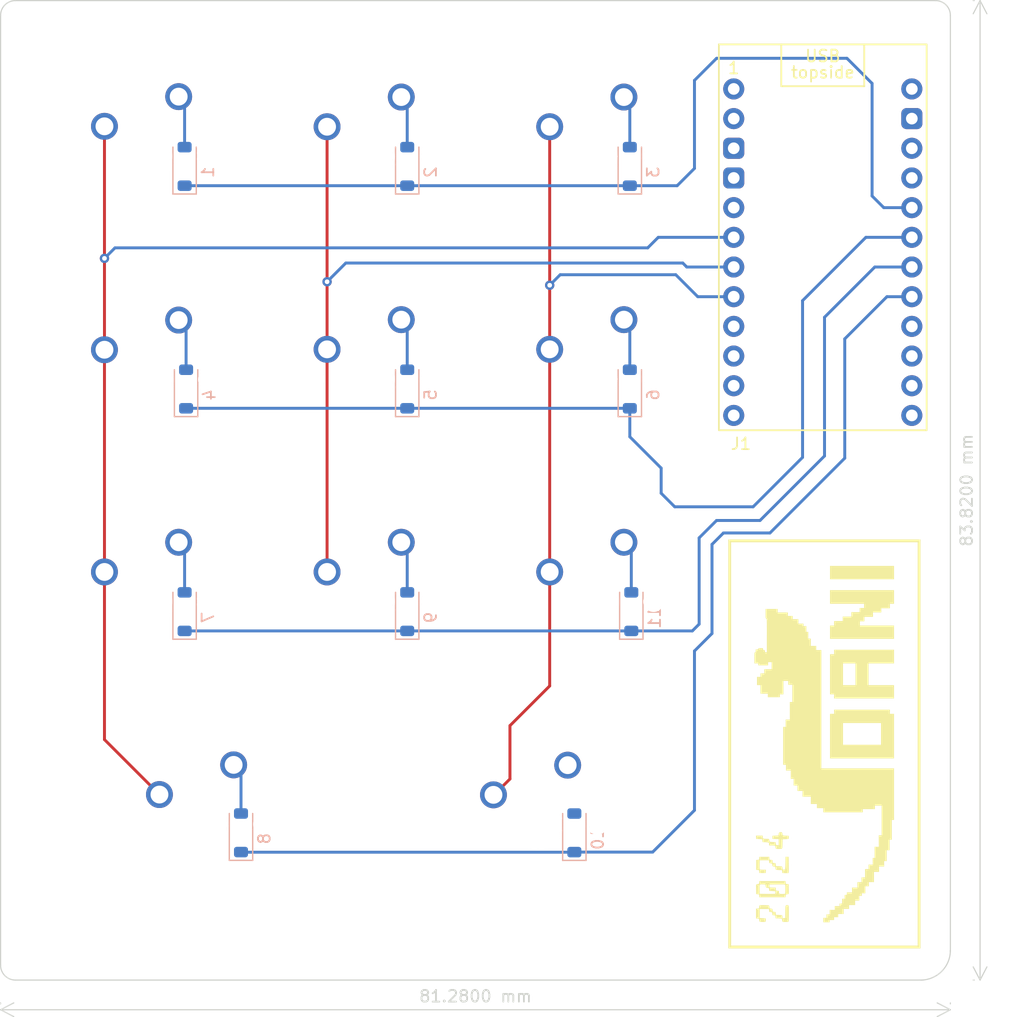
<source format=kicad_pcb>
(kicad_pcb (version 20221018) (generator pcbnew)
  (layers (0 "F.Cu" signal) (31 "B.Cu" signal) (34 "B.Paste" user) (35 "F.Paste" user) (36 "B.SilkS" user "B.Silkscreen") (37 "F.SilkS" user "F.Silkscreen") (38 "B.Mask" user) (39 "F.Mask" user) (44 "Edge.Cuts" user))
  (net 0 "")
  (net 1 "Net-(D1-A)")
  (net 2 "Net-(D2-A)")
  (net 3 "Net-(D3-A)")
  (net 4 "Net-(D4-A)")
  (net 5 "Net-(D5-A)")
  (net 6 "Net-(D6-A)")
  (net 7 "Net-(D7-A)")
  (net 8 "Net-(D8-A)")
  (net 9 "Net-(D9-A)")
  (net 10 "Net-(D11-A)")
  (net 24 "Row0")
  (net 25 "Row1")
  (net 26 "Row2")
  (net 27 "Row3")
  (net 28 "Col0")
  (net 29 "Col1")
  (net 30 "Col2")
  (net 35 "Net-(D10-A)")
  (footprint "PCM_marbastlib-mx:SW_MX_1u" (layer "F.Cu") (at 52.07 79.375)
    (fp_text reference "MX9" hide)
    (fp_text value "MX_SW_solder")
    (pad "" np_thru_hole circle (at -5.08 0) (size 1.75 1.75) (drill 1.75) (layers "*.Cu" "*.Mask"))
    (pad "" np_thru_hole circle (at 0 0) (size 3.9878 3.9878) (drill 3.9878) (layers "*.Cu" "*.Mask"))
    (pad "" np_thru_hole circle (at 5.08 0) (size 1.75 1.75) (drill 1.75) (layers "*.Cu" "*.Mask"))
    (pad "1" thru_hole circle (at -3.81 -2.54) (size 2.3 2.3) (drill 1.524) (layers "*.Cu" "B.Mask") (net 29 "Col1"))
    (pad "2" thru_hole circle (at 2.54 -5.08) (size 2.3 2.3) (drill 1.524) (layers "*.Cu" "B.Mask") (net 9 "Net-(D9-A)"))
  )
  (footprint "PCM_marbastlib-xp-promicroish:ProMicro_USBup" (layer "F.Cu") (at 90.68 49.47)
    (fp_text reference "J1" (at -7 16.4 unlocked) (layer "F.SilkS"))
    (fp_text value "Conn_02x12_Top_Bottom")
    (fp_text user "1" (at -7.62 -15.17) (layer "F.SilkS") (effects (justify bottom)))
    (fp_text user "USB" (at 0 -16.2 unlocked) (layer "F.SilkS") (effects (justify bottom)))
    (fp_text user "topside" (at 0 -14.8 unlocked) (layer "F.SilkS") (effects (justify bottom)))
    (pad "1" thru_hole circle (at -7.62 -13.97) (size 1.8 1.8) (drill 1) (layers "*.Cu" "B.Mask"))
    (pad "2" thru_hole circle (at -7.62 -11.43) (size 1.8 1.8) (drill 1) (layers "*.Cu" "B.Mask"))
    (pad "3" thru_hole roundrect (at -7.62 -8.89) (size 1.8 1.8) (drill 1) (layers "*.Cu" "B.Mask"))
    (pad "4" thru_hole roundrect (at -7.62 -6.35) (size 1.8 1.8) (drill 1) (layers "*.Cu" "B.Mask"))
    (pad "5" thru_hole circle (at -7.62 -3.81) (size 1.8 1.8) (drill 1) (layers "*.Cu" "B.Mask"))
    (pad "6" thru_hole circle (at -7.62 -1.27) (size 1.8 1.8) (drill 1) (layers "*.Cu" "B.Mask") (net 28 "Col0"))
    (pad "7" thru_hole circle (at -7.62 1.27) (size 1.8 1.8) (drill 1) (layers "*.Cu" "B.Mask") (net 29 "Col1"))
    (pad "8" thru_hole circle (at -7.62 3.81) (size 1.8 1.8) (drill 1) (layers "*.Cu" "B.Mask") (net 30 "Col2"))
    (pad "9" thru_hole circle (at -7.62 6.35) (size 1.8 1.8) (drill 1) (layers "*.Cu" "B.Mask"))
    (pad "10" thru_hole circle (at -7.62 8.89) (size 1.8 1.8) (drill 1) (layers "*.Cu" "B.Mask"))
    (pad "11" thru_hole circle (at -7.62 11.43) (size 1.8 1.8) (drill 1) (layers "*.Cu" "B.Mask"))
    (pad "12" thru_hole circle (at -7.62 13.97) (size 1.8 1.8) (drill 1) (layers "*.Cu" "B.Mask"))
    (pad "13" thru_hole circle (at 7.62 -13.97) (size 1.8 1.8) (drill 1) (layers "*.Cu" "B.Mask"))
    (pad "14" thru_hole roundrect (at 7.62 -11.43) (size 1.8 1.8) (drill 1) (layers "*.Cu" "B.Mask"))
    (pad "15" thru_hole circle (at 7.62 -8.89) (size 1.8 1.8) (drill 1) (layers "*.Cu" "B.Mask"))
    (pad "16" thru_hole circle (at 7.62 -6.35) (size 1.8 1.8) (drill 1) (layers "*.Cu" "B.Mask"))
    (pad "17" thru_hole circle (at 7.62 -3.81) (size 1.8 1.8) (drill 1) (layers "*.Cu" "B.Mask") (net 24 "Row0"))
    (pad "18" thru_hole circle (at 7.62 -1.27) (size 1.8 1.8) (drill 1) (layers "*.Cu" "B.Mask") (net 25 "Row1"))
    (pad "19" thru_hole circle (at 7.62 1.27) (size 1.8 1.8) (drill 1) (layers "*.Cu" "B.Mask") (net 26 "Row2"))
    (pad "20" thru_hole circle (at 7.62 3.81) (size 1.8 1.8) (drill 1) (layers "*.Cu" "B.Mask") (net 27 "Row3"))
    (pad "21" thru_hole circle (at 7.62 6.35) (size 1.8 1.8) (drill 1) (layers "*.Cu" "B.Mask"))
    (pad "22" thru_hole circle (at 7.62 8.89) (size 1.8 1.8) (drill 1) (layers "*.Cu" "B.Mask"))
    (pad "23" thru_hole circle (at 7.62 11.43) (size 1.8 1.8) (drill 1) (layers "*.Cu" "B.Mask"))
    (pad "24" thru_hole circle (at 7.62 13.97) (size 1.8 1.8) (drill 1) (layers "*.Cu" "B.Mask"))
  )
  (footprint "logos:black_logo" (layer "F.Cu") (at 90.805 91.567 90)
    (fp_text reference "Logo" hide)
    (fp_text value "LOGO" hide)
  )
  (footprint "PCM_marbastlib-mx:SW_MX_1.5u" (layer "F.Cu") (at 66.31 98.45)
    (fp_text reference "MX10" hide)
    (fp_text value "MX_SW_solder")
    (pad "" np_thru_hole circle (at -5.08 0) (size 1.75 1.75) (drill 1.75) (layers "*.Cu" "*.Mask"))
    (pad "" np_thru_hole circle (at 0 0) (size 3.9878 3.9878) (drill 3.9878) (layers "*.Cu" "*.Mask"))
    (pad "" np_thru_hole circle (at 5.08 0) (size 1.75 1.75) (drill 1.75) (layers "*.Cu" "*.Mask"))
    (pad "1" thru_hole circle (at -3.81 -2.54) (size 2.3 2.3) (drill 1.524) (layers "*.Cu" "B.Mask") (net 30 "Col2"))
    (pad "2" thru_hole circle (at 2.54 -5.08) (size 2.3 2.3) (drill 1.524) (layers "*.Cu" "B.Mask") (net 35 "Net-(D10-A)"))
  )
  (footprint "PCM_marbastlib-mx:SW_MX_1u" (layer "F.Cu") (at 33.02 41.24)
    (fp_text reference "MX1" hide)
    (fp_text value "MX_SW_solder")
    (pad "" np_thru_hole circle (at -5.08 0) (size 1.75 1.75) (drill 1.75) (layers "*.Cu" "*.Mask"))
    (pad "" np_thru_hole circle (at 0 0) (size 3.9878 3.9878) (drill 3.9878) (layers "*.Cu" "*.Mask"))
    (pad "" np_thru_hole circle (at 5.08 0) (size 1.75 1.75) (drill 1.75) (layers "*.Cu" "*.Mask"))
    (pad "1" thru_hole circle (at -3.81 -2.54) (size 2.3 2.3) (drill 1.524) (layers "*.Cu" "B.Mask") (net 28 "Col0"))
    (pad "2" thru_hole circle (at 2.54 -5.08) (size 2.3 2.3) (drill 1.524) (layers "*.Cu" "B.Mask") (net 1 "Net-(D1-A)"))
  )
  (footprint "PCM_marbastlib-mx:SW_MX_1u" (layer "F.Cu") (at 71.12 60.325)
    (fp_text reference "MX6" hide)
    (fp_text value "MX_SW_solder")
    (pad "" np_thru_hole circle (at -5.08 0) (size 1.75 1.75) (drill 1.75) (layers "*.Cu" "*.Mask"))
    (pad "" np_thru_hole circle (at 0 0) (size 3.9878 3.9878) (drill 3.9878) (layers "*.Cu" "*.Mask"))
    (pad "" np_thru_hole circle (at 5.08 0) (size 1.75 1.75) (drill 1.75) (layers "*.Cu" "*.Mask"))
    (pad "1" thru_hole circle (at -3.81 -2.54) (size 2.3 2.3) (drill 1.524) (layers "*.Cu" "B.Mask") (net 30 "Col2"))
    (pad "2" thru_hole circle (at 2.54 -5.08) (size 2.3 2.3) (drill 1.524) (layers "*.Cu" "B.Mask") (net 6 "Net-(D6-A)"))
  )
  (footprint "PCM_marbastlib-mx:SW_MX_1u" (layer "F.Cu") (at 33.02 60.36)
    (fp_text reference "MX4" hide)
    (fp_text value "MX_SW_solder")
    (pad "" np_thru_hole circle (at -5.08 0) (size 1.75 1.75) (drill 1.75) (layers "*.Cu" "*.Mask"))
    (pad "" np_thru_hole circle (at 0 0) (size 3.9878 3.9878) (drill 3.9878) (layers "*.Cu" "*.Mask"))
    (pad "" np_thru_hole circle (at 5.08 0) (size 1.75 1.75) (drill 1.75) (layers "*.Cu" "*.Mask"))
    (pad "1" thru_hole circle (at -3.81 -2.54) (size 2.3 2.3) (drill 1.524) (layers "*.Cu" "B.Mask") (net 28 "Col0"))
    (pad "2" thru_hole circle (at 2.54 -5.08) (size 2.3 2.3) (drill 1.524) (layers "*.Cu" "B.Mask") (net 4 "Net-(D4-A)"))
  )
  (footprint "PCM_marbastlib-mx:SW_MX_1u" (layer "F.Cu") (at 52.07 41.275)
    (fp_text reference "MX2" hide)
    (fp_text value "MX_SW_solder")
    (pad "" np_thru_hole circle (at -5.08 0) (size 1.75 1.75) (drill 1.75) (layers "*.Cu" "*.Mask"))
    (pad "" np_thru_hole circle (at 0 0) (size 3.9878 3.9878) (drill 3.9878) (layers "*.Cu" "*.Mask"))
    (pad "" np_thru_hole circle (at 5.08 0) (size 1.75 1.75) (drill 1.75) (layers "*.Cu" "*.Mask"))
    (pad "1" thru_hole circle (at -3.81 -2.54) (size 2.3 2.3) (drill 1.524) (layers "*.Cu" "B.Mask") (net 29 "Col1"))
    (pad "2" thru_hole circle (at 2.54 -5.08) (size 2.3 2.3) (drill 1.524) (layers "*.Cu" "B.Mask") (net 2 "Net-(D2-A)"))
  )
  (footprint "PCM_marbastlib-mx:SW_MX_1u" (layer "F.Cu") (at 71.12 41.275)
    (fp_text reference "MX3" hide)
    (fp_text value "MX_SW_solder")
    (pad "" np_thru_hole circle (at -5.08 0) (size 1.75 1.75) (drill 1.75) (layers "*.Cu" "*.Mask"))
    (pad "" np_thru_hole circle (at 0 0) (size 3.9878 3.9878) (drill 3.9878) (layers "*.Cu" "*.Mask"))
    (pad "" np_thru_hole circle (at 5.08 0) (size 1.75 1.75) (drill 1.75) (layers "*.Cu" "*.Mask"))
    (pad "1" thru_hole circle (at -3.81 -2.54) (size 2.3 2.3) (drill 1.524) (layers "*.Cu" "B.Mask") (net 30 "Col2"))
    (pad "2" thru_hole circle (at 2.54 -5.08) (size 2.3 2.3) (drill 1.524) (layers "*.Cu" "B.Mask") (net 3 "Net-(D3-A)"))
  )
  (footprint "PCM_marbastlib-mx:SW_MX_1u" (layer "F.Cu") (at 52.07 60.325)
    (fp_text reference "MX5" hide)
    (fp_text value "MX_SW_solder")
    (pad "" np_thru_hole circle (at -5.08 0) (size 1.75 1.75) (drill 1.75) (layers "*.Cu" "*.Mask"))
    (pad "" np_thru_hole circle (at 0 0) (size 3.9878 3.9878) (drill 3.9878) (layers "*.Cu" "*.Mask"))
    (pad "" np_thru_hole circle (at 5.08 0) (size 1.75 1.75) (drill 1.75) (layers "*.Cu" "*.Mask"))
    (pad "1" thru_hole circle (at -3.81 -2.54) (size 2.3 2.3) (drill 1.524) (layers "*.Cu" "B.Mask") (net 29 "Col1"))
    (pad "2" thru_hole circle (at 2.54 -5.08) (size 2.3 2.3) (drill 1.524) (layers "*.Cu" "B.Mask") (net 5 "Net-(D5-A)"))
  )
  (footprint "PCM_marbastlib-mx:SW_MX_1u" (layer "F.Cu") (at 71.12 79.375)
    (fp_text reference "MX11" hide)
    (fp_text value "MX_SW_solder")
    (pad "" np_thru_hole circle (at -5.08 0) (size 1.75 1.75) (drill 1.75) (layers "*.Cu" "*.Mask"))
    (pad "" np_thru_hole circle (at 0 0) (size 3.9878 3.9878) (drill 3.9878) (layers "*.Cu" "*.Mask"))
    (pad "" np_thru_hole circle (at 5.08 0) (size 1.75 1.75) (drill 1.75) (layers "*.Cu" "*.Mask"))
    (pad "1" thru_hole circle (at -3.81 -2.54) (size 2.3 2.3) (drill 1.524) (layers "*.Cu" "B.Mask") (net 30 "Col2"))
    (pad "2" thru_hole circle (at 2.54 -5.08) (size 2.3 2.3) (drill 1.524) (layers "*.Cu" "B.Mask") (net 10 "Net-(D11-A)"))
  )
  (footprint "PCM_marbastlib-mx:SW_MX_1.5u" (layer "F.Cu") (at 37.725 98.425)
    (fp_text reference "MX8" hide)
    (fp_text value "MX_SW_solder")
    (pad "" np_thru_hole circle (at -5.08 0) (size 1.75 1.75) (drill 1.75) (layers "*.Cu" "*.Mask"))
    (pad "" np_thru_hole circle (at 0 0) (size 3.9878 3.9878) (drill 3.9878) (layers "*.Cu" "*.Mask"))
    (pad "" np_thru_hole circle (at 5.08 0) (size 1.75 1.75) (drill 1.75) (layers "*.Cu" "*.Mask"))
    (pad "1" thru_hole circle (at -3.81 -2.54) (size 2.3 2.3) (drill 1.524) (layers "*.Cu" "B.Mask") (net 28 "Col0"))
    (pad "2" thru_hole circle (at 2.54 -5.08) (size 2.3 2.3) (drill 1.524) (layers "*.Cu" "B.Mask") (net 8 "Net-(D8-A)"))
  )
  (footprint "PCM_marbastlib-mx:SW_MX_1u" (layer "F.Cu") (at 33.02 79.375)
    (fp_text reference "MX7" hide)
    (fp_text value "MX_SW_solder")
    (pad "" np_thru_hole circle (at -5.08 0) (size 1.75 1.75) (drill 1.75) (layers "*.Cu" "*.Mask"))
    (pad "" np_thru_hole circle (at 0 0) (size 3.9878 3.9878) (drill 3.9878) (layers "*.Cu" "*.Mask"))
    (pad "" np_thru_hole circle (at 5.08 0) (size 1.75 1.75) (drill 1.75) (layers "*.Cu" "*.Mask"))
    (pad "1" thru_hole circle (at -3.81 -2.54) (size 2.3 2.3) (drill 1.524) (layers "*.Cu" "B.Mask") (net 28 "Col0"))
    (pad "2" thru_hole circle (at 2.54 -5.08) (size 2.3 2.3) (drill 1.524) (layers "*.Cu" "B.Mask") (net 7 "Net-(D7-A)"))
  )
  (footprint "Diode_SMD:D_SOD-123" (layer "B.Cu") (at 55.118 80.23125 90)
    (fp_text reference "D9" (at 0 2 90) (layer "B.SilkS") (effects (justify mirror)))
    (fp_text value "D_Small")
    (pad "1" smd roundrect (at -1.65 0 90) (size 0.9 1.2) (layers "B.Cu" "B.Paste" "B.Mask") (net 26 "Row2"))
    (pad "2" smd roundrect (at 1.65 0 90) (size 0.9 1.2) (layers "B.Cu" "B.Paste" "B.Mask") (net 9 "Net-(D9-A)"))
  )
  (footprint "Diode_SMD:D_SOD-123" (layer "B.Cu") (at 36.195 61.18125 90)
    (fp_text reference "D4" (at 0 2 90) (layer "B.SilkS") (effects (justify mirror)))
    (fp_text value "D_Small")
    (pad "1" smd roundrect (at -1.65 0 90) (size 0.9 1.2) (layers "B.Cu" "B.Paste" "B.Mask") (net 25 "Row1"))
    (pad "2" smd roundrect (at 1.65 0 90) (size 0.9 1.2) (layers "B.Cu" "B.Paste" "B.Mask") (net 4 "Net-(D4-A)"))
  )
  (footprint "Diode_SMD:D_SOD-123" (layer "B.Cu") (at 40.894 99.15625 90)
    (fp_text reference "D8" (at 0 2 90) (layer "B.SilkS") (effects (justify mirror)))
    (fp_text value "D_Small")
    (pad "1" smd roundrect (at -1.65 0 90) (size 0.9 1.2) (layers "B.Cu" "B.Paste" "B.Mask") (net 27 "Row3"))
    (pad "2" smd roundrect (at 1.65 0 90) (size 0.9 1.2) (layers "B.Cu" "B.Paste" "B.Mask") (net 8 "Net-(D8-A)"))
  )
  (footprint "Diode_SMD:D_SOD-123" (layer "B.Cu") (at 74.295 80.23125 90)
    (fp_text reference "D11" (at 0 2 90) (layer "B.SilkS") (effects (justify mirror)))
    (fp_text value "D_Small")
    (pad "1" smd roundrect (at -1.65 0 90) (size 0.9 1.2) (layers "B.Cu" "B.Paste" "B.Mask") (net 26 "Row2"))
    (pad "2" smd roundrect (at 1.65 0 90) (size 0.9 1.2) (layers "B.Cu" "B.Paste" "B.Mask") (net 10 "Net-(D11-A)"))
  )
  (footprint "Diode_SMD:D_SOD-123" (layer "B.Cu") (at 36.068 80.23125 90)
    (fp_text reference "D7" (at 0 2 90) (layer "B.SilkS") (effects (justify mirror)))
    (fp_text value "D_Small")
    (pad "1" smd roundrect (at -1.65 0 90) (size 0.9 1.2) (layers "B.Cu" "B.Paste" "B.Mask") (net 26 "Row2"))
    (pad "2" smd roundrect (at 1.65 0 90) (size 0.9 1.2) (layers "B.Cu" "B.Paste" "B.Mask") (net 7 "Net-(D7-A)"))
  )
  (footprint "Diode_SMD:D_SOD-123" (layer "B.Cu") (at 69.42 99.16 90)
    (fp_text reference "D10" (at 0 2 90) (layer "B.SilkS") (effects (justify mirror)))
    (fp_text value "D_Small")
    (pad "1" smd roundrect (at -1.65 0 90) (size 0.9 1.2) (layers "B.Cu" "B.Paste" "B.Mask") (net 27 "Row3"))
    (pad "2" smd roundrect (at 1.65 0 90) (size 0.9 1.2) (layers "B.Cu" "B.Paste" "B.Mask") (net 35 "Net-(D10-A)"))
  )
  (footprint "Diode_SMD:D_SOD-123" (layer "B.Cu") (at 55.118 42.13125 90)
    (fp_text reference "D2" (at 0 2 90) (layer "B.SilkS") (effects (justify mirror)))
    (fp_text value "D_Small")
    (pad "1" smd roundrect (at -1.65 0 90) (size 0.9 1.2) (layers "B.Cu" "B.Paste" "B.Mask") (net 24 "Row0"))
    (pad "2" smd roundrect (at 1.65 0 90) (size 0.9 1.2) (layers "B.Cu" "B.Paste" "B.Mask") (net 2 "Net-(D2-A)"))
  )
  (footprint "Diode_SMD:D_SOD-123" (layer "B.Cu") (at 55.118 61.18125 90)
    (fp_text reference "D5" (at 0 2 90) (layer "B.SilkS") (effects (justify mirror)))
    (fp_text value "D_Small")
    (pad "1" smd roundrect (at -1.65 0 90) (size 0.9 1.2) (layers "B.Cu" "B.Paste" "B.Mask") (net 25 "Row1"))
    (pad "2" smd roundrect (at 1.65 0 90) (size 0.9 1.2) (layers "B.Cu" "B.Paste" "B.Mask") (net 5 "Net-(D5-A)"))
  )
  (footprint "Diode_SMD:D_SOD-123" (layer "B.Cu") (at 36.068 42.13125 90)
    (fp_text reference "D1" (at 0 2 90) (layer "B.SilkS") (effects (justify mirror)))
    (fp_text value "D_Small")
    (pad "1" smd roundrect (at -1.65 0 90) (size 0.9 1.2) (layers "B.Cu" "B.Paste" "B.Mask") (net 24 "Row0"))
    (pad "2" smd roundrect (at 1.65 0 90) (size 0.9 1.2) (layers "B.Cu" "B.Paste" "B.Mask") (net 1 "Net-(D1-A)"))
  )
  (footprint "Diode_SMD:D_SOD-123" (layer "B.Cu") (at 74.168 61.18125 90)
    (fp_text reference "D6" (at 0 2 90) (layer "B.SilkS") (effects (justify mirror)))
    (fp_text value "D_Small")
    (pad "1" smd roundrect (at -1.65 0 90) (size 0.9 1.2) (layers "B.Cu" "B.Paste" "B.Mask") (net 25 "Row1"))
    (pad "2" smd roundrect (at 1.65 0 90) (size 0.9 1.2) (layers "B.Cu" "B.Paste" "B.Mask") (net 6 "Net-(D6-A)"))
  )
  (footprint "Diode_SMD:D_SOD-123" (layer "B.Cu") (at 74.168 42.13125 90)
    (fp_text reference "D3" (at 0 2 90) (layer "B.SilkS") (effects (justify mirror)))
    (fp_text value "D_Small")
    (pad "1" smd roundrect (at -1.65 0 90) (size 0.9 1.2) (layers "B.Cu" "B.Paste" "B.Mask") (net 24 "Row0"))
    (pad "2" smd roundrect (at 1.65 0 90) (size 0.9 1.2) (layers "B.Cu" "B.Paste" "B.Mask") (net 3 "Net-(D3-A)"))
  )
  (gr_line (start 99.314 111.76) (end 21.59 111.76) (stroke (width 0.1)) (layer "Edge.Cuts"))
  (gr_line (start 20.32 110.49) (end 20.32 29.21) (stroke (width 0.1)) (layer "Edge.Cuts"))
  (gr_line (start 21.59 27.94) (end 100.33 27.94) (stroke (width 0.1)) (layer "Edge.Cuts"))
  (gr_arc (start 20.32 29.21) (mid 20.691974 28.311974) (end 21.59 27.94) (stroke (width 0.1)) (layer "Edge.Cuts"))
  (gr_arc (start 100.33 27.94) (mid 101.228026 28.311974) (end 101.6 29.21) (stroke (width 0.1)) (layer "Edge.Cuts"))
  (gr_arc (start 101.6 109.22) (mid 100.856051 111.016051) (end 99.06 111.76) (stroke (width 0.1)) (layer "Edge.Cuts"))
  (gr_arc (start 21.59 111.76) (mid 20.691974 111.388026) (end 20.32 110.49) (stroke (width 0.1)) (layer "Edge.Cuts"))
  (gr_line (start 101.6 29.21) (end 101.6 109.347) (stroke (width 0.1)) (layer "Edge.Cuts"))
  (dimension (type aligned) (layer "Edge.Cuts") (pts (xy 104.14 111.76) (xy 104.14 27.94)) (height 0) (gr_text "83.8200 mm" (at 102.99 69.85 90) (layer "Edge.Cuts") (effects (font (size 1 1) (thickness 0.15)))) (format (prefix "") (suffix "") (units 3) (units_format 1) (precision 4)) (style (thickness 0.1) (arrow_length 1.27) (text_position_mode 0) (extension_height 0.58642) (extension_offset 0.5) keep_text_aligned))
  (dimension (type aligned) (layer "Edge.Cuts") (pts (xy 20.32 114.3) (xy 101.6 114.3)) (height 0) (gr_text "81.2800 mm" (at 60.96 113.15) (layer "Edge.Cuts") (effects (font (size 1 1) (thickness 0.15)))) (format (prefix "") (suffix "") (units 3) (units_format 1) (precision 4)) (style (thickness 0.1) (arrow_length 1.27) (text_position_mode 0) (extension_height 0.58642) (extension_offset 0.5) keep_text_aligned))
  (segment (start 36.068 36.668) (end 36.068 40.48125) (width 0.25) (layer "B.Cu") (net 1))
  (segment (start 35.56 36.16) (end 36.068 36.668) (width 0.25) (layer "B.Cu") (net 1))
  (segment (start 54.605 36.195) (end 54.6 36.2) (width 0.25) (layer "B.Cu") (net 2))
  (segment (start 55.118 36.718) (end 55.118 40.48125) (width 0.25) (layer "B.Cu") (net 2))
  (segment (start 54.6 36.2) (end 55.118 36.718) (width 0.25) (layer "B.Cu") (net 2))
  (segment (start 54.61 36.195) (end 54.605 36.195) (width 0.25) (layer "B.Cu") (net 2))
  (segment (start 74.168 36.703) (end 74.168 40.48125) (width 0.25) (layer "B.Cu") (net 3))
  (segment (start 73.66 36.195) (end 74.168 36.703) (width 0.25) (layer "B.Cu") (net 3))
  (segment (start 36.195 55.895) (end 36.195 59.53125) (width 0.25) (layer "B.Cu") (net 4))
  (segment (start 35.58 55.28) (end 36.195 55.895) (width 0.25) (layer "B.Cu") (net 4))
  (segment (start 35.56 55.28) (end 35.58 55.28) (width 0.25) (layer "B.Cu") (net 4))
  (segment (start 54.61 55.245) (end 55.118 55.753) (width 0.25) (layer "B.Cu") (net 5))
  (segment (start 55.118 55.753) (end 55.118 59.53125) (width 0.25) (layer "B.Cu") (net 5))
  (segment (start 73.66 55.245) (end 74.168 55.753) (width 0.25) (layer "B.Cu") (net 6))
  (segment (start 74.168 55.753) (end 74.168 59.53125) (width 0.25) (layer "B.Cu") (net 6))
  (segment (start 36.068 74.768) (end 36.068 78.58125) (width 0.25) (layer "B.Cu") (net 7))
  (segment (start 35.595 74.295) (end 36.068 74.768) (width 0.25) (layer "B.Cu") (net 7))
  (segment (start 35.56 74.295) (end 35.595 74.295) (width 0.25) (layer "B.Cu") (net 7))
  (segment (start 40.894 93.974) (end 40.894 97.50625) (width 0.25) (layer "B.Cu") (net 8))
  (segment (start 40.265 93.345) (end 40.894 93.974) (width 0.25) (layer "B.Cu") (net 8))
  (segment (start 54.61 74.295) (end 55.118 74.803) (width 0.25) (layer "B.Cu") (net 9))
  (segment (start 55.118 74.803) (end 55.118 78.58125) (width 0.25) (layer "B.Cu") (net 9))
  (segment (start 74.295 74.93) (end 74.295 78.58125) (width 0.25) (layer "B.Cu") (net 10))
  (segment (start 73.66 74.295) (end 74.295 74.93) (width 0.25) (layer "B.Cu") (net 10))
  (segment (start 81.59 32.88) (end 79.7 34.77) (width 0.25) (layer "B.Cu") (net 24))
  (segment (start 79.7 42.3) (end 78.21875 43.78125) (width 0.25) (layer "B.Cu") (net 24))
  (segment (start 92.75 32.88) (end 81.59 32.88) (width 0.25) (layer "B.Cu") (net 24))
  (segment (start 94.9 44.66) (end 94.9 35.03) (width 0.25) (layer "B.Cu") (net 24))
  (segment (start 79.7 34.77) (end 79.7 42.3) (width 0.25) (layer "B.Cu") (net 24))
  (segment (start 36.068 43.78125) (end 55.118 43.78125) (width 0.25) (layer "B.Cu") (net 24))
  (segment (start 94.9 35.03) (end 92.75 32.88) (width 0.25) (layer "B.Cu") (net 24))
  (segment (start 78.21875 43.78125) (end 74.168 43.78125) (width 0.25) (layer "B.Cu") (net 24))
  (segment (start 98.3 45.66) (end 95.9 45.66) (width 0.25) (layer "B.Cu") (net 24))
  (segment (start 74.168 43.78125) (end 55.118 43.78125) (width 0.25) (layer "B.Cu") (net 24))
  (segment (start 95.9 45.66) (end 94.9 44.66) (width 0.25) (layer "B.Cu") (net 24))
  (segment (start 78.01 71.26) (end 76.85 70.1) (width 0.25) (layer "B.Cu") (net 25))
  (segment (start 55.118 62.83125) (end 74.168 62.83125) (width 0.25) (layer "B.Cu") (net 25))
  (segment (start 98.3 48.2) (end 94.37 48.2) (width 0.25) (layer "B.Cu") (net 25))
  (segment (start 88.95 53.62) (end 88.95 67.03) (width 0.25) (layer "B.Cu") (net 25))
  (segment (start 76.85 67.95) (end 74.168 65.268) (width 0.25) (layer "B.Cu") (net 25))
  (segment (start 76.85 70.1) (end 76.85 67.95) (width 0.25) (layer "B.Cu") (net 25))
  (segment (start 88.95 67.03) (end 84.72 71.26) (width 0.25) (layer "B.Cu") (net 25))
  (segment (start 36.195 62.83125) (end 55.118 62.83125) (width 0.25) (layer "B.Cu") (net 25))
  (segment (start 84.72 71.26) (end 78.01 71.26) (width 0.25) (layer "B.Cu") (net 25))
  (segment (start 74.168 65.268) (end 74.168 62.83125) (width 0.25) (layer "B.Cu") (net 25))
  (segment (start 94.37 48.2) (end 88.95 53.62) (width 0.25) (layer "B.Cu") (net 25))
  (segment (start 85.31 72.43) (end 81.59 72.43) (width 0.25) (layer "B.Cu") (net 26))
  (segment (start 98.3 50.74) (end 95.13 50.74) (width 0.25) (layer "B.Cu") (net 26))
  (segment (start 95.13 50.74) (end 90.83 55.04) (width 0.25) (layer "B.Cu") (net 26))
  (segment (start 36.068 81.88125) (end 55.118 81.88125) (width 0.25) (layer "B.Cu") (net 26))
  (segment (start 79.51875 81.88125) (end 80.1 81.3) (width 0.25) (layer "B.Cu") (net 26))
  (segment (start 55.118 81.88125) (end 74.295 81.88125) (width 0.25) (layer "B.Cu") (net 26))
  (segment (start 90.83 66.91) (end 85.31 72.43) (width 0.25) (layer "B.Cu") (net 26))
  (segment (start 74.295 81.88125) (end 79.51875 81.88125) (width 0.25) (layer "B.Cu") (net 26))
  (segment (start 80.1 81.3) (end 80.1 73.92) (width 0.25) (layer "B.Cu") (net 26))
  (segment (start 90.83 55.04) (end 90.83 66.91) (width 0.25) (layer "B.Cu") (net 26))
  (segment (start 81.59 72.43) (end 80.1 73.92) (width 0.25) (layer "B.Cu") (net 26))
  (segment (start 86.16 73.5) (end 82.18 73.5) (width 0.25) (layer "B.Cu") (net 27))
  (segment (start 92.56 56.89) (end 92.56 67.1) (width 0.25) (layer "B.Cu") (net 27))
  (segment (start 79.7 97.23) (end 76.12 100.81) (width 0.25) (layer "B.Cu") (net 27))
  (segment (start 81.2 74.48) (end 81.2 82.1) (width 0.25) (layer "B.Cu") (net 27))
  (segment (start 69.4111 100.8189) (end 69.42 100.81) (width 0.25) (layer "B.Cu") (net 27))
  (segment (start 82.18 73.5) (end 81.2 74.48) (width 0.25) (layer "B.Cu") (net 27))
  (segment (start 92.56 67.1) (end 86.16 73.5) (width 0.25) (layer "B.Cu") (net 27))
  (segment (start 81.2 82.1) (end 79.7 83.6) (width 0.25) (layer "B.Cu") (net 27))
  (segment (start 40.90665 100.8189) (end 69.4111 100.8189) (width 0.25) (layer "B.Cu") (net 27))
  (segment (start 40.894 100.80625) (end 40.92665 100.8389) (width 0.25) (layer "B.Cu") (net 27))
  (segment (start 79.7 83.6) (end 79.7 97.23) (width 0.25) (layer "B.Cu") (net 27))
  (segment (start 76.12 100.81) (end 69.42 100.81) (width 0.25) (layer "B.Cu") (net 27))
  (segment (start 96.17 53.28) (end 92.56 56.89) (width 0.25) (layer "B.Cu") (net 27))
  (segment (start 40.894 100.80625) (end 40.90665 100.8189) (width 0.25) (layer "B.Cu") (net 27))
  (segment (start 98.3 53.28) (end 96.17 53.28) (width 0.25) (layer "B.Cu") (net 27))
  (segment (start 29.21 50) (end 29.21 57.82) (width 0.25) (layer "F.Cu") (net 28))
  (segment (start 29.21 76.835) (end 29.21 91.18) (width 0.25) (layer "F.Cu") (net 28))
  (segment (start 29.21 57.82) (end 29.21 76.835) (width 0.25) (layer "F.Cu") (net 28))
  (segment (start 29.21 91.18) (end 33.915 95.885) (width 0.25) (layer "F.Cu") (net 28))
  (segment (start 29.21 38.7) (end 29.21 50) (width 0.25) (layer "F.Cu") (net 28))
  (via (at 29.21 50) (size 0.8) (drill 0.4) (layers "F.Cu" "B.Cu") (net 28))
  (segment (start 30.11 49.1) (end 29.21 50) (width 0.25) (layer "B.Cu") (net 28))
  (segment (start 83.06 48.2) (end 76.6 48.2) (width 0.25) (layer "B.Cu") (net 28))
  (segment (start 75.7 49.1) (end 30.11 49.1) (width 0.25) (layer "B.Cu") (net 28))
  (segment (start 76.6 48.2) (end 75.7 49.1) (width 0.25) (layer "B.Cu") (net 28))
  (segment (start 48.26 38.735) (end 48.26 52) (width 0.25) (layer "F.Cu") (net 29))
  (segment (start 48.26 52) (end 48.26 57.785) (width 0.25) (layer "F.Cu") (net 29))
  (segment (start 48.26 76.835) (end 48.26 57.785) (width 0.25) (layer "F.Cu") (net 29))
  (via (at 48.26 52) (size 0.8) (drill 0.4) (layers "F.Cu" "B.Cu") (net 29))
  (segment (start 79.04 50.74) (end 78.7 50.4) (width 0.25) (layer "B.Cu") (net 29))
  (segment (start 49.86 50.4) (end 48.26 52) (width 0.25) (layer "B.Cu") (net 29))
  (segment (start 83.06 50.74) (end 79.04 50.74) (width 0.25) (layer "B.Cu") (net 29))
  (segment (start 78.7 50.4) (end 49.86 50.4) (width 0.25) (layer "B.Cu") (net 29))
  (segment (start 67.31 57.785) (end 67.31 76.835) (width 0.25) (layer "F.Cu") (net 30))
  (segment (start 63.91 89.99) (end 63.91 94.55) (width 0.25) (layer "F.Cu") (net 30))
  (segment (start 67.31 86.59) (end 63.91 89.99) (width 0.25) (layer "F.Cu") (net 30))
  (segment (start 67.31 38.735) (end 67.31 52.3) (width 0.25) (layer "F.Cu") (net 30))
  (segment (start 63.91 94.55) (end 62.53 95.93) (width 0.25) (layer "F.Cu") (net 30))
  (segment (start 67.31 76.835) (end 67.31 86.59) (width 0.25) (layer "F.Cu") (net 30))
  (segment (start 67.31 52.3) (end 67.31 57.785) (width 0.25) (layer "F.Cu") (net 30))
  (via (at 67.31 52.3) (size 0.8) (drill 0.4) (layers "F.Cu" "B.Cu") (net 30))
  (segment (start 79.98 53.28) (end 78.1 51.4) (width 0.25) (layer "B.Cu") (net 30))
  (segment (start 78.1 51.4) (end 68.21 51.4) (width 0.25) (layer "B.Cu") (net 30))
  (segment (start 68.21 51.4) (end 67.31 52.3) (width 0.25) (layer "B.Cu") (net 30))
  (segment (start 83.06 53.28) (end 79.98 53.28) (width 0.25) (layer "B.Cu") (net 30))
  (segment (start 68.88 93.39) (end 69.39 93.9) (width 0.25) (layer "F.Cu") (net 35))
)
</source>
